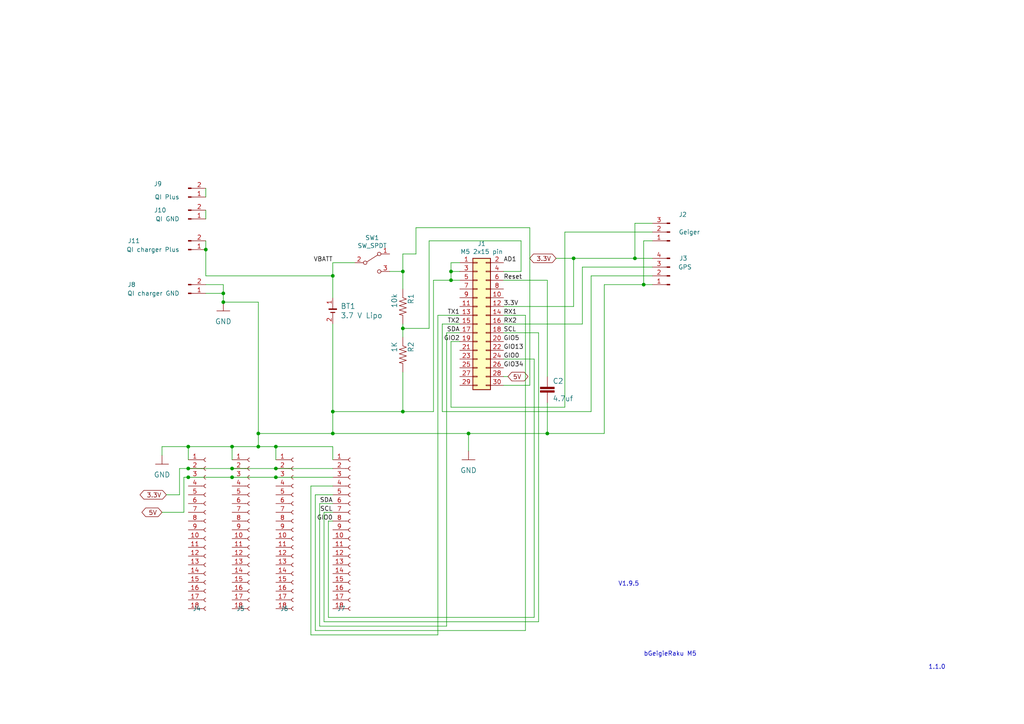
<source format=kicad_sch>
(kicad_sch (version 20200714) (host eeschema "5.99.0-unknown-a61ea1f~89~ubuntu20.04.1")
  (page 1 1)
  (paper "A4")
  (title_block (date "sam. 04 avril 2015"))
  (lib_symbols
    (symbol "Connector:Conn_01x02_Male" (pin_names hide)
      (property "Reference" "J" (at 0 2.54 0))
      (property "Value" "Conn_01x02_Male" (at 0 -5.08 0))
      (symbol "Conn_01x02_Male_1_1"
        (rectangle (start 0.8636 -2.413) (end 0 -2.667) (fill (type outline)))
        (rectangle (start 0.8636 0.127) (end 0 -0.127) (fill (type outline)))
        (polyline (pts (xy 1.27 -2.54) (xy 0.8636 -2.54)))
        (polyline (pts (xy 1.27 0) (xy 0.8636 0)))
        (pin passive line (at 5.08 0 180) (length 3.81) (name "Pin_1") (number "1"))
        (pin passive line (at 5.08 -2.54 180) (length 3.81) (name "Pin_2") (number "2"))
      )
    )
    (symbol "Connector:Conn_01x03_Male" (pin_names hide)
      (property "Reference" "J" (at 0 5.08 0))
      (property "Value" "Conn_01x03_Male" (at 0 -5.08 0))
      (symbol "Conn_01x03_Male_1_1"
        (rectangle (start 0.8636 -2.413) (end 0 -2.667) (fill (type outline)))
        (rectangle (start 0.8636 0.127) (end 0 -0.127) (fill (type outline)))
        (rectangle (start 0.8636 2.667) (end 0 2.413) (fill (type outline)))
        (polyline (pts (xy 1.27 -2.54) (xy 0.8636 -2.54)))
        (polyline (pts (xy 1.27 0) (xy 0.8636 0)))
        (polyline (pts (xy 1.27 2.54) (xy 0.8636 2.54)))
        (pin passive line (at 5.08 2.54 180) (length 3.81) (name "Pin_1") (number "1"))
        (pin passive line (at 5.08 0 180) (length 3.81) (name "Pin_2") (number "2"))
        (pin passive line (at 5.08 -2.54 180) (length 3.81) (name "Pin_3") (number "3"))
      )
    )
    (symbol "Connector:Conn_01x04_Male" (pin_names hide)
      (property "Reference" "J" (at 0 5.08 0))
      (property "Value" "Conn_01x04_Male" (at 0 -7.62 0))
      (symbol "Conn_01x04_Male_1_1"
        (rectangle (start 0.8636 -4.953) (end 0 -5.207) (fill (type outline)))
        (rectangle (start 0.8636 -2.413) (end 0 -2.667) (fill (type outline)))
        (rectangle (start 0.8636 0.127) (end 0 -0.127) (fill (type outline)))
        (rectangle (start 0.8636 2.667) (end 0 2.413) (fill (type outline)))
        (polyline (pts (xy 1.27 -5.08) (xy 0.8636 -5.08)))
        (polyline (pts (xy 1.27 -2.54) (xy 0.8636 -2.54)))
        (polyline (pts (xy 1.27 0) (xy 0.8636 0)))
        (polyline (pts (xy 1.27 2.54) (xy 0.8636 2.54)))
        (pin passive line (at 5.08 2.54 180) (length 3.81) (name "Pin_1") (number "1"))
        (pin passive line (at 5.08 0 180) (length 3.81) (name "Pin_2") (number "2"))
        (pin passive line (at 5.08 -2.54 180) (length 3.81) (name "Pin_3") (number "3"))
        (pin passive line (at 5.08 -5.08 180) (length 3.81) (name "Pin_4") (number "4"))
      )
    )
    (symbol "Connector:Conn_01x18_Female" (pin_names hide)
      (property "Reference" "J" (at 0 22.86 0))
      (property "Value" "Conn_01x18_Female" (at 0 -25.4 0))
      (symbol "Conn_01x18_Female_1_1"
        (arc (start 0 -22.352) (end 0 -23.368) (radius (at 0 -22.86) (length 0.508) (angles 90.1 -90.1)))
        (arc (start 0 -19.812) (end 0 -20.828) (radius (at 0 -20.32) (length 0.508) (angles 90.1 -90.1)))
        (arc (start 0 -17.272) (end 0 -18.288) (radius (at 0 -17.78) (length 0.508) (angles 90.1 -90.1)))
        (arc (start 0 -14.732) (end 0 -15.748) (radius (at 0 -15.24) (length 0.508) (angles 90.1 -90.1)))
        (arc (start 0 -12.192) (end 0 -13.208) (radius (at 0 -12.7) (length 0.508) (angles 90.1 -90.1)))
        (arc (start 0 -9.652) (end 0 -10.668) (radius (at 0 -10.16) (length 0.508) (angles 90.1 -90.1)))
        (arc (start 0 -7.112) (end 0 -8.128) (radius (at 0 -7.62) (length 0.508) (angles 90.1 -90.1)))
        (arc (start 0 -4.572) (end 0 -5.588) (radius (at 0 -5.08) (length 0.508) (angles 90.1 -90.1)))
        (arc (start 0 -2.032) (end 0 -3.048) (radius (at 0 -2.54) (length 0.508) (angles 90.1 -90.1)))
        (arc (start 0 0.508) (end 0 -0.508) (radius (at 0 0) (length 0.508) (angles 90.1 -90.1)))
        (arc (start 0 3.048) (end 0 2.032) (radius (at 0 2.54) (length 0.508) (angles 90.1 -90.1)))
        (arc (start 0 5.588) (end 0 4.572) (radius (at 0 5.08) (length 0.508) (angles 90.1 -90.1)))
        (arc (start 0 8.128) (end 0 7.112) (radius (at 0 7.62) (length 0.508) (angles 90.1 -90.1)))
        (arc (start 0 10.668) (end 0 9.652) (radius (at 0 10.16) (length 0.508) (angles 90.1 -90.1)))
        (arc (start 0 13.208) (end 0 12.192) (radius (at 0 12.7) (length 0.508) (angles 90.1 -90.1)))
        (arc (start 0 15.748) (end 0 14.732) (radius (at 0 15.24) (length 0.508) (angles 90.1 -90.1)))
        (arc (start 0 18.288) (end 0 17.272) (radius (at 0 17.78) (length 0.508) (angles 90.1 -90.1)))
        (arc (start 0 20.828) (end 0 19.812) (radius (at 0 20.32) (length 0.508) (angles 90.1 -90.1)))
        (polyline (pts (xy -1.27 -22.86) (xy -0.508 -22.86)))
        (polyline (pts (xy -1.27 -20.32) (xy -0.508 -20.32)))
        (polyline (pts (xy -1.27 -17.78) (xy -0.508 -17.78)))
        (polyline (pts (xy -1.27 -15.24) (xy -0.508 -15.24)))
        (polyline (pts (xy -1.27 -12.7) (xy -0.508 -12.7)))
        (polyline (pts (xy -1.27 -10.16) (xy -0.508 -10.16)))
        (polyline (pts (xy -1.27 -7.62) (xy -0.508 -7.62)))
        (polyline (pts (xy -1.27 -5.08) (xy -0.508 -5.08)))
        (polyline (pts (xy -1.27 -2.54) (xy -0.508 -2.54)))
        (polyline (pts (xy -1.27 0) (xy -0.508 0)))
        (polyline (pts (xy -1.27 2.54) (xy -0.508 2.54)))
        (polyline (pts (xy -1.27 5.08) (xy -0.508 5.08)))
        (polyline (pts (xy -1.27 7.62) (xy -0.508 7.62)))
        (polyline (pts (xy -1.27 10.16) (xy -0.508 10.16)))
        (polyline (pts (xy -1.27 12.7) (xy -0.508 12.7)))
        (polyline (pts (xy -1.27 15.24) (xy -0.508 15.24)))
        (polyline (pts (xy -1.27 17.78) (xy -0.508 17.78)))
        (polyline (pts (xy -1.27 20.32) (xy -0.508 20.32)))
        (pin passive line (at -5.08 20.32 0) (length 3.81) (name "Pin_1") (number "1"))
        (pin passive line (at -5.08 -2.54 0) (length 3.81) (name "Pin_10") (number "10"))
        (pin passive line (at -5.08 -5.08 0) (length 3.81) (name "Pin_11") (number "11"))
        (pin passive line (at -5.08 -7.62 0) (length 3.81) (name "Pin_12") (number "12"))
        (pin passive line (at -5.08 -10.16 0) (length 3.81) (name "Pin_13") (number "13"))
        (pin passive line (at -5.08 -12.7 0) (length 3.81) (name "Pin_14") (number "14"))
        (pin passive line (at -5.08 -15.24 0) (length 3.81) (name "Pin_15") (number "15"))
        (pin passive line (at -5.08 -17.78 0) (length 3.81) (name "Pin_16") (number "16"))
        (pin passive line (at -5.08 -20.32 0) (length 3.81) (name "Pin_17") (number "17"))
        (pin passive line (at -5.08 -22.86 0) (length 3.81) (name "Pin_18") (number "18"))
        (pin passive line (at -5.08 17.78 0) (length 3.81) (name "Pin_2") (number "2"))
        (pin passive line (at -5.08 15.24 0) (length 3.81) (name "Pin_3") (number "3"))
        (pin passive line (at -5.08 12.7 0) (length 3.81) (name "Pin_4") (number "4"))
        (pin passive line (at -5.08 10.16 0) (length 3.81) (name "Pin_5") (number "5"))
        (pin passive line (at -5.08 7.62 0) (length 3.81) (name "Pin_6") (number "6"))
        (pin passive line (at -5.08 5.08 0) (length 3.81) (name "Pin_7") (number "7"))
        (pin passive line (at -5.08 2.54 0) (length 3.81) (name "Pin_8") (number "8"))
        (pin passive line (at -5.08 0 0) (length 3.81) (name "Pin_9") (number "9"))
      )
    )
    (symbol "Connector_Generic:Conn_02x15_Odd_Even" (pin_names hide)
      (property "Reference" "J" (at 1.27 20.32 0))
      (property "Value" "Conn_02x15_Odd_Even" (at 1.27 -20.32 0))
      (symbol "Conn_02x15_Odd_Even_1_1"
        (rectangle (start -1.27 -4.953) (end 0 -5.207))
        (rectangle (start -1.27 -7.493) (end 0 -7.747))
        (rectangle (start -1.27 -10.033) (end 0 -10.287))
        (rectangle (start -1.27 -12.573) (end 0 -12.827))
        (rectangle (start -1.27 -15.113) (end 0 -15.367))
        (rectangle (start -1.27 -17.653) (end 0 -17.907))
        (rectangle (start -1.27 -2.413) (end 0 -2.667))
        (rectangle (start -1.27 2.667) (end 0 2.413))
        (rectangle (start -1.27 5.207) (end 0 4.953))
        (rectangle (start -1.27 7.747) (end 0 7.493))
        (rectangle (start -1.27 10.287) (end 0 10.033))
        (rectangle (start -1.27 0.127) (end 0 -0.127))
        (rectangle (start -1.27 12.827) (end 0 12.573))
        (rectangle (start -1.27 15.367) (end 0 15.113))
        (rectangle (start -1.27 17.907) (end 0 17.653))
        (rectangle (start -1.27 19.05) (end 3.81 -19.05) (stroke (width 0.254)) (fill (type background)))
        (rectangle (start 3.81 -4.953) (end 2.54 -5.207))
        (rectangle (start 3.81 -7.493) (end 2.54 -7.747))
        (rectangle (start 3.81 -10.033) (end 2.54 -10.287))
        (rectangle (start 3.81 -12.573) (end 2.54 -12.827))
        (rectangle (start 3.81 -15.113) (end 2.54 -15.367))
        (rectangle (start 3.81 -17.653) (end 2.54 -17.907))
        (rectangle (start 3.81 -2.413) (end 2.54 -2.667))
        (rectangle (start 3.81 2.667) (end 2.54 2.413))
        (rectangle (start 3.81 5.207) (end 2.54 4.953))
        (rectangle (start 3.81 7.747) (end 2.54 7.493))
        (rectangle (start 3.81 10.287) (end 2.54 10.033))
        (rectangle (start 3.81 0.127) (end 2.54 -0.127))
        (rectangle (start 3.81 12.827) (end 2.54 12.573))
        (rectangle (start 3.81 15.367) (end 2.54 15.113))
        (rectangle (start 3.81 17.907) (end 2.54 17.653))
        (pin passive line (at -5.08 17.78 0) (length 3.81) (name "Pin_1") (number "1"))
        (pin passive line (at 7.62 7.62 180) (length 3.81) (name "Pin_10") (number "10"))
        (pin passive line (at -5.08 5.08 0) (length 3.81) (name "Pin_11") (number "11"))
        (pin passive line (at 7.62 5.08 180) (length 3.81) (name "Pin_12") (number "12"))
        (pin passive line (at -5.08 2.54 0) (length 3.81) (name "Pin_13") (number "13"))
        (pin passive line (at 7.62 2.54 180) (length 3.81) (name "Pin_14") (number "14"))
        (pin passive line (at -5.08 0 0) (length 3.81) (name "Pin_15") (number "15"))
        (pin passive line (at 7.62 0 180) (length 3.81) (name "Pin_16") (number "16"))
        (pin passive line (at -5.08 -2.54 0) (length 3.81) (name "Pin_17") (number "17"))
        (pin passive line (at 7.62 -2.54 180) (length 3.81) (name "Pin_18") (number "18"))
        (pin passive line (at -5.08 -5.08 0) (length 3.81) (name "Pin_19") (number "19"))
        (pin passive line (at 7.62 17.78 180) (length 3.81) (name "Pin_2") (number "2"))
        (pin passive line (at 7.62 -5.08 180) (length 3.81) (name "Pin_20") (number "20"))
        (pin passive line (at -5.08 -7.62 0) (length 3.81) (name "Pin_21") (number "21"))
        (pin passive line (at 7.62 -7.62 180) (length 3.81) (name "Pin_22") (number "22"))
        (pin passive line (at -5.08 -10.16 0) (length 3.81) (name "Pin_23") (number "23"))
        (pin passive line (at 7.62 -10.16 180) (length 3.81) (name "Pin_24") (number "24"))
        (pin passive line (at -5.08 -12.7 0) (length 3.81) (name "Pin_25") (number "25"))
        (pin passive line (at 7.62 -12.7 180) (length 3.81) (name "Pin_26") (number "26"))
        (pin passive line (at -5.08 -15.24 0) (length 3.81) (name "Pin_27") (number "27"))
        (pin passive line (at 7.62 -15.24 180) (length 3.81) (name "Pin_28") (number "28"))
        (pin passive line (at -5.08 -17.78 0) (length 3.81) (name "Pin_29") (number "29"))
        (pin passive line (at -5.08 15.24 0) (length 3.81) (name "Pin_3") (number "3"))
        (pin passive line (at 7.62 -17.78 180) (length 3.81) (name "Pin_30") (number "30"))
        (pin passive line (at 7.62 15.24 180) (length 3.81) (name "Pin_4") (number "4"))
        (pin passive line (at -5.08 12.7 0) (length 3.81) (name "Pin_5") (number "5"))
        (pin passive line (at 7.62 12.7 180) (length 3.81) (name "Pin_6") (number "6"))
        (pin passive line (at -5.08 10.16 0) (length 3.81) (name "Pin_7") (number "7"))
        (pin passive line (at 7.62 10.16 180) (length 3.81) (name "Pin_8") (number "8"))
        (pin passive line (at -5.08 7.62 0) (length 3.81) (name "Pin_9") (number "9"))
      )
    )
    (symbol "Switch:SW_SPDT" (pin_names (offset 0) hide)
      (property "Reference" "SW" (at 0 4.318 0))
      (property "Value" "SW_SPDT" (at 0 -5.08 0))
      (symbol "SW_SPDT_0_0"
        (circle (center -2.032 0) (radius 0.508))
        (circle (center 2.032 -2.54) (radius 0.508))
      )
      (symbol "SW_SPDT_0_1"
        (circle (center 2.032 2.54) (radius 0.508))
        (polyline (pts (xy -1.524 0.254) (xy 1.651 2.286)))
      )
      (symbol "SW_SPDT_1_1"
        (pin passive line (at 5.08 2.54 180) (length 2.54) (name "A") (number "1"))
        (pin passive line (at -5.08 0 0) (length 2.54) (name "B") (number "2"))
        (pin passive line (at 5.08 -2.54 180) (length 2.54) (name "C") (number "3"))
      )
    )
    (symbol "bGeigieRaku-V2-rescue:BATTERY-akizuki-M5_board-rescue" (pin_names hide)
      (property "Reference" "BT" (at 0 -7.62 0))
      (property "Value" "BATTERY-akizuki-M5_board-rescue" (at 0 6.35 0))
      (symbol "BATTERY-akizuki-M5_board-rescue_0_1"
        (rectangle (start -1.143 0.635) (end 1.143 0.381) (fill (type outline)))
        (rectangle (start -0.635 -0.381) (end 0.635 -0.508))
        (polyline (pts (xy 0 -0.508) (xy 0 -1.27)))
        (polyline (pts (xy 0 1.27) (xy 0 0.635)))
      )
      (symbol "BATTERY-akizuki-M5_board-rescue_1_1"
        (pin input line (at 0 3.81 270) (length 2.54) (name "+") (number "1"))
        (pin input line (at 0 -3.81 90) (length 2.54) (name "-") (number "2"))
      )
    )
    (symbol "bGeigieRaku-V2-rescue:GND-bGeigieNano_V1.1.5" (power)
      (property "Value" "GND-bGeigieNano_V1.1.5" (at 0 -0.254 0))
      (symbol "GND-bGeigieNano_V1.1.5_1_0"
        (polyline (pts (xy -1.905 0) (xy 1.905 0)))
        (pin power_in line (at 0 2.54 270) (length 2.54) (name "GND") (number "1"))
      )
    )
    (symbol "bGeigieRaku-V2-rescue:bGeigieNano_V1.1.5-eagle-import_C-EU025-024X044-bGeigieNano_V1.1.5-cache"
      (property "Reference" "C" (at 1.524 0.381 0))
      (property "Value" "bGeigieNano_V1.1.5-eagle-import_C-EU025-024X044-bGeigieNano_V1.1.5-cache" (at 1.524 -4.699 0))
      (symbol "bGeigieNano_V1.1.5-eagle-import_C-EU025-024X044-bGeigieNano_V1.1.5-cache_1_0"
        (rectangle (start -2.032 -2.032) (end 2.032 -1.524) (fill (type outline)))
        (rectangle (start -2.032 -1.016) (end 2.032 -0.508) (fill (type outline)))
        (polyline (pts (xy 0 -2.54) (xy 0 -2.032)))
        (polyline (pts (xy 0 0) (xy 0 -0.508)))
        (pin passive line (at 0 2.54 270) (length 2.54) (name "1") (number "1"))
        (pin passive line (at 0 -5.08 90) (length 2.54) (name "2") (number "2"))
      )
    )
    (symbol "bGeigieRaku-V2-rescue:bGeigieNano_V1.1.5-eagle-import_R-US_0207_10-bGeigieNano_V1.1.5-cache"
      (property "Reference" "R" (at -3.81 1.4986 0))
      (property "Value" "bGeigieNano_V1.1.5-eagle-import_R-US_0207_10-bGeigieNano_V1.1.5-cache" (at -3.81 -3.302 0))
      (symbol "bGeigieNano_V1.1.5-eagle-import_R-US_0207_10-bGeigieNano_V1.1.5-cache_1_0"
        (polyline (pts (xy -2.54 0) (xy -2.159 1.016)))
        (polyline (pts (xy -2.159 1.016) (xy -1.524 -1.016)))
        (polyline (pts (xy -1.524 -1.016) (xy -0.889 1.016)))
        (polyline (pts (xy -0.889 1.016) (xy -0.254 -1.016)))
        (polyline (pts (xy -0.254 -1.016) (xy 0.381 1.016)))
        (polyline (pts (xy 0.381 1.016) (xy 1.016 -1.016)))
        (polyline (pts (xy 1.016 -1.016) (xy 1.651 1.016)))
        (polyline (pts (xy 1.651 1.016) (xy 2.286 -1.016)))
        (polyline (pts (xy 2.286 -1.016) (xy 2.54 0)))
        (pin passive line (at -5.08 0 0) (length 2.54) (name "1") (number "1"))
        (pin passive line (at 5.08 0 180) (length 2.54) (name "2") (number "2"))
      )
    )
  )
  (junction (at 54.61 129.54))
  (junction (at 54.61 135.89))
  (junction (at 54.61 138.43))
  (junction (at 59.69 72.39))
  (junction (at 64.77 85.09))
  (junction (at 64.77 87.63))
  (junction (at 67.31 129.54))
  (junction (at 67.31 135.89))
  (junction (at 67.31 138.43))
  (junction (at 74.93 125.73))
  (junction (at 74.93 129.54))
  (junction (at 80.01 129.54))
  (junction (at 80.01 135.89))
  (junction (at 80.01 138.43))
  (junction (at 96.52 80.01))
  (junction (at 96.52 119.38))
  (junction (at 96.52 125.73))
  (junction (at 116.84 78.74))
  (junction (at 116.84 95.25))
  (junction (at 116.84 119.38))
  (junction (at 130.81 78.74))
  (junction (at 130.81 81.28))
  (junction (at 135.89 125.73))
  (junction (at 158.75 125.73))
  (junction (at 166.37 74.93))
  (junction (at 184.15 74.93))
  (junction (at 186.69 82.55))
  (wire (pts (xy 46.99 129.54) (xy 54.61 129.54)))
  (wire (pts (xy 46.99 132.08) (xy 46.99 129.54)))
  (wire (pts (xy 48.26 143.51) (xy 52.07 143.51)))
  (wire (pts (xy 52.07 135.89) (xy 54.61 135.89)))
  (wire (pts (xy 52.07 143.51) (xy 52.07 135.89)))
  (wire (pts (xy 53.34 138.43) (xy 53.34 148.59)))
  (wire (pts (xy 53.34 138.43) (xy 54.61 138.43)))
  (wire (pts (xy 53.34 148.59) (xy 46.99 148.59)))
  (wire (pts (xy 54.61 129.54) (xy 54.61 133.35)))
  (wire (pts (xy 54.61 135.89) (xy 67.31 135.89)))
  (wire (pts (xy 54.61 138.43) (xy 67.31 138.43)))
  (wire (pts (xy 59.69 54.61) (xy 59.69 57.15)))
  (wire (pts (xy 59.69 60.96) (xy 59.69 63.5)))
  (wire (pts (xy 59.69 69.85) (xy 59.69 72.39)))
  (wire (pts (xy 59.69 72.39) (xy 59.69 80.01)))
  (wire (pts (xy 59.69 80.01) (xy 96.52 80.01)))
  (wire (pts (xy 59.69 82.55) (xy 64.77 82.55)))
  (wire (pts (xy 59.69 85.09) (xy 64.77 85.09)))
  (wire (pts (xy 64.77 82.55) (xy 64.77 85.09)))
  (wire (pts (xy 64.77 85.09) (xy 64.77 87.63)))
  (wire (pts (xy 64.77 87.63) (xy 74.93 87.63)))
  (wire (pts (xy 67.31 129.54) (xy 54.61 129.54)))
  (wire (pts (xy 67.31 129.54) (xy 74.93 129.54)))
  (wire (pts (xy 67.31 133.35) (xy 67.31 129.54)))
  (wire (pts (xy 67.31 135.89) (xy 80.01 135.89)))
  (wire (pts (xy 67.31 138.43) (xy 80.01 138.43)))
  (wire (pts (xy 74.93 87.63) (xy 74.93 125.73)))
  (wire (pts (xy 74.93 125.73) (xy 74.93 129.54)))
  (wire (pts (xy 74.93 125.73) (xy 96.52 125.73)))
  (wire (pts (xy 74.93 129.54) (xy 80.01 129.54)))
  (wire (pts (xy 80.01 129.54) (xy 80.01 133.35)))
  (wire (pts (xy 80.01 129.54) (xy 96.52 129.54)))
  (wire (pts (xy 80.01 135.89) (xy 96.52 135.89)))
  (wire (pts (xy 80.01 138.43) (xy 96.52 138.43)))
  (wire (pts (xy 90.17 140.97) (xy 96.52 140.97)))
  (wire (pts (xy 90.17 184.15) (xy 90.17 140.97)))
  (wire (pts (xy 90.17 184.15) (xy 127 184.15)))
  (wire (pts (xy 91.44 143.51) (xy 96.52 143.51)))
  (wire (pts (xy 91.44 182.88) (xy 91.44 143.51)))
  (wire (pts (xy 92.71 146.05) (xy 96.52 146.05)))
  (wire (pts (xy 92.71 181.61) (xy 92.71 146.05)))
  (wire (pts (xy 93.98 148.59) (xy 96.52 148.59)))
  (wire (pts (xy 93.98 180.34) (xy 93.98 148.59)))
  (wire (pts (xy 95.25 151.13) (xy 96.52 151.13)))
  (wire (pts (xy 95.25 179.07) (xy 95.25 151.13)))
  (wire (pts (xy 96.52 76.2) (xy 96.52 80.01)))
  (wire (pts (xy 96.52 76.2) (xy 102.87 76.2)))
  (wire (pts (xy 96.52 80.01) (xy 96.52 86.36)))
  (wire (pts (xy 96.52 119.38) (xy 96.52 93.98)))
  (wire (pts (xy 96.52 119.38) (xy 116.84 119.38)))
  (wire (pts (xy 96.52 125.73) (xy 96.52 119.38)))
  (wire (pts (xy 96.52 129.54) (xy 96.52 133.35)))
  (wire (pts (xy 113.03 78.74) (xy 116.84 78.74)))
  (wire (pts (xy 116.84 73.66) (xy 116.84 78.74)))
  (wire (pts (xy 116.84 73.66) (xy 120.65 73.66)))
  (wire (pts (xy 116.84 78.74) (xy 116.84 83.82)))
  (wire (pts (xy 116.84 93.98) (xy 116.84 95.25)))
  (wire (pts (xy 116.84 95.25) (xy 116.84 97.79)))
  (wire (pts (xy 116.84 95.25) (xy 124.46 95.25)))
  (wire (pts (xy 116.84 107.95) (xy 116.84 119.38)))
  (wire (pts (xy 116.84 119.38) (xy 125.73 119.38)))
  (wire (pts (xy 120.65 66.04) (xy 153.67 66.04)))
  (wire (pts (xy 120.65 73.66) (xy 120.65 66.04)))
  (wire (pts (xy 124.46 69.85) (xy 124.46 95.25)))
  (wire (pts (xy 124.46 69.85) (xy 151.13 69.85)))
  (wire (pts (xy 125.73 81.28) (xy 130.81 81.28)))
  (wire (pts (xy 125.73 119.38) (xy 125.73 81.28)))
  (wire (pts (xy 127 91.44) (xy 127 184.15)))
  (wire (pts (xy 127 91.44) (xy 133.35 91.44)))
  (wire (pts (xy 128.27 93.98) (xy 133.35 93.98)))
  (wire (pts (xy 128.27 119.38) (xy 128.27 93.98)))
  (wire (pts (xy 129.54 96.52) (xy 129.54 181.61)))
  (wire (pts (xy 129.54 181.61) (xy 92.71 181.61)))
  (wire (pts (xy 130.81 76.2) (xy 133.35 76.2)))
  (wire (pts (xy 130.81 78.74) (xy 130.81 76.2)))
  (wire (pts (xy 130.81 78.74) (xy 133.35 78.74)))
  (wire (pts (xy 130.81 81.28) (xy 130.81 78.74)))
  (wire (pts (xy 130.81 81.28) (xy 133.35 81.28)))
  (wire (pts (xy 130.81 99.06) (xy 133.35 99.06)))
  (wire (pts (xy 130.81 118.11) (xy 130.81 99.06)))
  (wire (pts (xy 130.81 118.11) (xy 163.83 118.11)))
  (wire (pts (xy 133.35 96.52) (xy 129.54 96.52)))
  (wire (pts (xy 135.89 125.73) (xy 96.52 125.73)))
  (wire (pts (xy 135.89 130.81) (xy 135.89 125.73)))
  (wire (pts (xy 146.05 78.74) (xy 151.13 78.74)))
  (wire (pts (xy 146.05 81.28) (xy 158.75 81.28)))
  (wire (pts (xy 146.05 88.9) (xy 166.37 88.9)))
  (wire (pts (xy 146.05 91.44) (xy 152.4 91.44)))
  (wire (pts (xy 146.05 96.52) (xy 156.21 96.52)))
  (wire (pts (xy 146.05 104.14) (xy 154.94 104.14)))
  (wire (pts (xy 146.05 109.22) (xy 147.32 109.22)))
  (wire (pts (xy 151.13 69.85) (xy 151.13 78.74)))
  (wire (pts (xy 152.4 91.44) (xy 152.4 182.88)))
  (wire (pts (xy 152.4 182.88) (xy 91.44 182.88)))
  (wire (pts (xy 153.67 66.04) (xy 153.67 111.76)))
  (wire (pts (xy 153.67 111.76) (xy 146.05 111.76)))
  (wire (pts (xy 154.94 104.14) (xy 154.94 179.07)))
  (wire (pts (xy 154.94 179.07) (xy 95.25 179.07)))
  (wire (pts (xy 156.21 96.52) (xy 156.21 180.34)))
  (wire (pts (xy 156.21 180.34) (xy 93.98 180.34)))
  (wire (pts (xy 158.75 81.28) (xy 158.75 109.22)))
  (wire (pts (xy 158.75 116.84) (xy 158.75 125.73)))
  (wire (pts (xy 158.75 125.73) (xy 135.89 125.73)))
  (wire (pts (xy 161.29 74.93) (xy 166.37 74.93)))
  (wire (pts (xy 163.83 67.31) (xy 163.83 118.11)))
  (wire (pts (xy 166.37 74.93) (xy 184.15 74.93)))
  (wire (pts (xy 166.37 88.9) (xy 166.37 74.93)))
  (wire (pts (xy 168.91 77.47) (xy 168.91 93.98)))
  (wire (pts (xy 168.91 93.98) (xy 146.05 93.98)))
  (wire (pts (xy 171.45 80.01) (xy 171.45 119.38)))
  (wire (pts (xy 171.45 119.38) (xy 128.27 119.38)))
  (wire (pts (xy 175.26 82.55) (xy 175.26 125.73)))
  (wire (pts (xy 175.26 125.73) (xy 158.75 125.73)))
  (wire (pts (xy 184.15 64.77) (xy 189.23 64.77)))
  (wire (pts (xy 184.15 74.93) (xy 184.15 64.77)))
  (wire (pts (xy 184.15 74.93) (xy 189.23 74.93)))
  (wire (pts (xy 186.69 69.85) (xy 189.23 69.85)))
  (wire (pts (xy 186.69 82.55) (xy 175.26 82.55)))
  (wire (pts (xy 186.69 82.55) (xy 186.69 69.85)))
  (wire (pts (xy 189.23 67.31) (xy 163.83 67.31)))
  (wire (pts (xy 189.23 77.47) (xy 168.91 77.47)))
  (wire (pts (xy 189.23 80.01) (xy 171.45 80.01)))
  (wire (pts (xy 189.23 82.55) (xy 186.69 82.55)))
  (text "\n" (at 179.07 175.26 0) (effects (font (size 1.27 1.27)) (justify left bottom)))
  (text "V1.9.5" (at 185.42 170.18 180) (effects (font (size 1.27 1.27)) (justify right bottom)))
  (text "bGeigieRaku M5" (at 186.69 190.5 0) (effects (font (size 1.27 1.27)) (justify left bottom)))
  (text "1.1.0" (at 269.24 194.31 0) (effects (font (size 1.27 1.27)) (justify left bottom)))
  (label "VBATT" (at 96.52 76.2 180))
  (label "SDA" (at 96.52 146.05 180))
  (label "SCL" (at 96.52 148.59 180))
  (label "GIO0" (at 96.52 151.13 180))
  (label "TX1" (at 133.35 91.44 180))
  (label "TX2" (at 133.35 93.98 180))
  (label "SDA" (at 133.35 96.52 180))
  (label "GIO2" (at 133.35 99.06 180))
  (label "AD1" (at 146.05 76.2 0))
  (label "Reset" (at 146.05 81.28 0))
  (label "3.3V" (at 146.05 88.9 0))
  (label "RX1" (at 146.05 91.44 0))
  (label "RX2" (at 146.05 93.98 0))
  (label "SCL" (at 146.05 96.52 0))
  (label "GIO5" (at 146.05 99.06 0))
  (label "GIO13" (at 146.05 101.6 0))
  (label "GIO0" (at 146.05 104.14 0))
  (label "GIO34" (at 146.05 106.68 0))
  (global_label "5V" (shape bidirectional) (at 46.99 148.59 180))
  (global_label "3.3V" (shape bidirectional) (at 48.26 143.51 180))
  (global_label "5V" (shape bidirectional) (at 147.32 109.22 0))
  (global_label "3.3V" (shape bidirectional) (at 161.29 74.93 180))
  (symbol (lib_id "bGeigieRaku-V2-rescue:GND-bGeigieNano_V1.1.5") (at 46.99 134.62 0) (unit 1)
    (property "Reference" "#GND04" (effects hide))
    (property "Value" "GND" (at 46.99 137.6934 0) (effects (font (size 1.4986 1.4986))))
  )
  (symbol (lib_id "bGeigieRaku-V2-rescue:GND-bGeigieNano_V1.1.5") (at 64.77 90.17 0) (unit 1)
    (property "Reference" "#GND0101" (effects hide))
    (property "Value" "GND" (at 64.77 93.2434 0) (effects (font (size 1.4986 1.4986))))
  )
  (symbol (lib_id "bGeigieRaku-V2-rescue:GND-bGeigieNano_V1.1.5") (at 135.89 133.35 0) (unit 1)
    (property "Reference" "#GND01" (effects hide))
    (property "Value" "GND" (at 135.89 136.4234 0) (effects (font (size 1.4986 1.4986))))
  )
  (symbol (lib_id "bGeigieRaku-V2-rescue:BATTERY-akizuki-M5_board-rescue") (at 96.52 90.17 0) (unit 1)
    (property "Reference" "BT1" (at 98.7552 88.7984 0) (effects (font (size 1.524 1.524)) (justify left)))
    (property "Value" " 3.7 V Lipo" (at 98.7552 91.5162 0) (effects (font (size 1.524 1.524)) (justify left)))
    (property "Footprint" "Battery_Holders:BATTERY_18650-HOLDER" (effects hide))
  )
  (symbol (lib_id "bGeigieRaku-V2-rescue:bGeigieNano_V1.1.5-eagle-import_R-US_0207_10-bGeigieNano_V1.1.5-cache") (at 116.84 88.9 270) (unit 1)
    (property "Reference" "R1" (at 118.3386 85.09 0) (effects (font (size 1.4986 1.4986)) (justify left bottom)))
    (property "Value" "10k" (at 113.538 85.09 0) (effects (font (size 1.4986 1.4986)) (justify left bottom)))
    (property "Footprint" "bGeigieNano V1.1.5:0207_10" (effects hide))
  )
  (symbol (lib_id "bGeigieRaku-V2-rescue:bGeigieNano_V1.1.5-eagle-import_R-US_0207_10-bGeigieNano_V1.1.5-cache") (at 116.84 102.87 270) (unit 1)
    (property "Reference" "R2" (at 118.3386 99.06 0) (effects (font (size 1.4986 1.4986)) (justify left bottom)))
    (property "Value" "1K" (at 113.538 99.06 0) (effects (font (size 1.4986 1.4986)) (justify left bottom)))
    (property "Footprint" "bGeigieNano V1.1.5:0207_10" (effects hide))
  )
  (symbol (lib_id "Connector:Conn_01x02_Male") (at 54.61 57.15 0) (mirror x) (unit 1)
    (property "Reference" "J9" (at 46.99 53.34 0) (effects (justify right)))
    (property "Value" "QI Plus" (at 52.07 57.15 0) (effects (justify right)))
    (property "Footprint" "Connector_PinHeader_2.54mm:PinHeader_1x02_P2.54mm_Vertical" (effects hide))
  )
  (symbol (lib_id "Connector:Conn_01x02_Male") (at 54.61 63.5 0) (mirror x) (unit 1)
    (property "Reference" "J10" (at 48.26 60.96 0) (effects (justify right)))
    (property "Value" "QI GND" (at 52.07 63.5 0) (effects (justify right)))
    (property "Footprint" "Connector_PinHeader_2.54mm:PinHeader_1x02_P2.54mm_Vertical" (effects hide))
  )
  (symbol (lib_id "Connector:Conn_01x02_Male") (at 54.61 72.39 0) (mirror x) (unit 1)
    (property "Reference" "J11" (at 40.64 69.85 0) (effects (justify right)))
    (property "Value" "QI charger Plus" (at 52.07 72.39 0) (effects (justify right)))
    (property "Footprint" "Connector_PinHeader_2.54mm:PinHeader_1x02_P2.54mm_Vertical" (effects hide))
  )
  (symbol (lib_id "Connector:Conn_01x02_Male") (at 54.61 85.09 0) (mirror x) (unit 1)
    (property "Reference" "J8" (at 39.37 82.55 0) (effects (justify right)))
    (property "Value" "QI charger GND" (at 52.07 85.09 0) (effects (justify right)))
    (property "Footprint" "Connector_PinHeader_2.54mm:PinHeader_1x02_P2.54mm_Vertical" (effects hide))
  )
  (symbol (lib_id "bGeigieRaku-V2-rescue:bGeigieNano_V1.1.5-eagle-import_C-EU025-024X044-bGeigieNano_V1.1.5-cache") (at 158.75 111.76 0) (unit 1)
    (property "Reference" "C2" (at 160.274 111.379 0) (effects (font (size 1.4986 1.4986)) (justify left bottom)))
    (property "Value" "4.7uf" (at 160.274 116.459 0) (effects (font (size 1.4986 1.4986)) (justify left bottom)))
    (property "Footprint" "bGeigieNano V1.1.5:C025-024X044" (effects hide))
  )
  (symbol (lib_id "Connector:Conn_01x03_Male") (at 194.31 67.31 180) (unit 1)
    (property "Reference" "J2" (at 196.85 62.23 0) (effects (justify right)))
    (property "Value" "Geiger" (at 196.85 67.31 0) (effects (justify right)))
    (property "Footprint" "Connector_PinHeader_2.54mm:PinHeader_1x03_P2.54mm_Horizontal" (effects hide))
  )
  (symbol (lib_id "Connector:Conn_01x04_Male") (at 194.31 80.01 180) (unit 1)
    (property "Reference" "J3" (at 199.39 74.93 0) (effects (justify left)))
    (property "Value" "GPS" (at 200.66 77.47 0) (effects (justify left)))
    (property "Footprint" "Connector_PinHeader_2.54mm:PinHeader_1x04_P2.54mm_Horizontal" (effects hide))
  )
  (symbol (lib_id "Switch:SW_SPDT") (at 107.95 76.2 0) (unit 1)
    (property "Reference" "SW1" (at 107.95 68.961 0))
    (property "Value" "SW_SPDT" (at 107.95 71.2724 0))
    (property "Footprint" "bGeigieNanoKit V1.1r5a:EG1206" (effects hide))
  )
  (symbol (lib_id "Connector:Conn_01x18_Female") (at 59.69 153.67 0) (unit 1)
    (property "Reference" "J4" (at 55.88 176.53 0) (effects (justify left)))
    (property "Value" "Conn_01x14_Female" (effects hide))
    (property "Footprint" "Connector_PinHeader_2.54mm:PinHeader_1x18_P2.54mm_Vertical" (effects hide))
  )
  (symbol (lib_id "Connector:Conn_01x18_Female") (at 72.39 153.67 0) (unit 1)
    (property "Reference" "J5" (at 68.58 176.53 0) (effects (justify left)))
    (property "Value" "Conn_01x14_Female" (effects hide))
    (property "Footprint" "Connector_PinHeader_2.54mm:PinHeader_1x18_P2.54mm_Vertical" (effects hide))
  )
  (symbol (lib_id "Connector:Conn_01x18_Female") (at 85.09 153.67 0) (unit 1)
    (property "Reference" "J6" (at 81.28 176.53 0) (effects (justify left)))
    (property "Value" "Conn_01x14_Female" (effects hide))
    (property "Footprint" "Connector_PinHeader_2.54mm:PinHeader_1x18_P2.54mm_Vertical" (effects hide))
  )
  (symbol (lib_id "Connector:Conn_01x18_Female") (at 101.6 153.67 0) (unit 1)
    (property "Reference" "J7" (at 97.79 176.53 0) (effects (justify left)))
    (property "Value" "Conn_01x14_Female" (effects hide))
    (property "Footprint" "Connector_PinHeader_2.54mm:PinHeader_1x18_P2.54mm_Vertical" (effects hide))
  )
  (symbol (lib_id "Connector_Generic:Conn_02x15_Odd_Even") (at 138.43 93.98 0) (unit 1)
    (property "Reference" "J1" (at 139.7 70.6882 0))
    (property "Value" "M5 2x15 pin" (at 139.7 72.9996 0))
    (property "Footprint" "Connector_PinHeader_2.54mm:PinHeader_2x15_P2.54mm_Vertical" (effects hide))
  )
)
</source>
